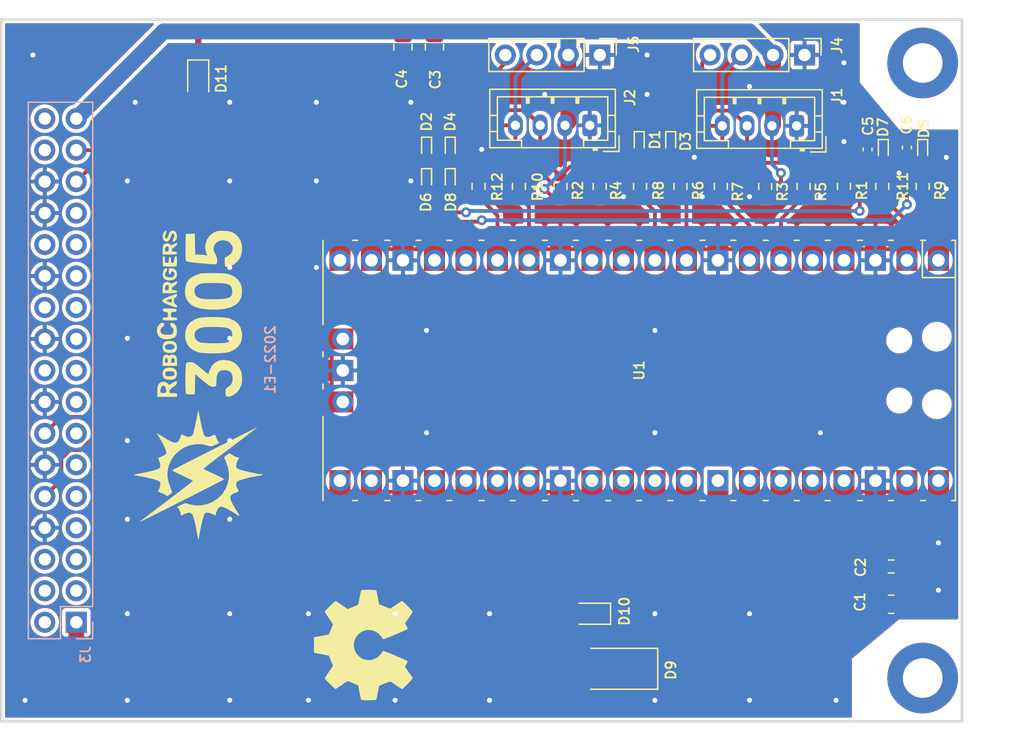
<source format=kicad_pcb>
(kicad_pcb (version 20211014) (generator pcbnew)
  (layers (0 "F.Cu" signal) (31 "B.Cu" signal) (34 "B.Paste" user) (35 "F.Paste" user) (36 "B.SilkS" user "B.Silkscreen") (37 "F.SilkS" user "F.Silkscreen") (38 "B.Mask" user) (39 "F.Mask" user) (44 "Edge.Cuts" user))
  (net 0 "")
  (net 1 "Net-(D1-Pad1)")
  (net 2 "GND")
  (net 3 "Net-(D2-Pad1)")
  (net 4 "Net-(D3-Pad1)")
  (net 5 "Net-(D4-Pad1)")
  (net 6 "/PICO_TX")
  (net 7 "/PULSE0")
  (net 8 "/PICO_RX")
  (net 9 "/PULSE1")
  (net 10 "Net-(C1-Pad1)")
  (net 11 "+5V")
  (net 12 "+3V3")
  (net 32 "/SDA0")
  (net 33 "/SDA1")
  (net 34 "/SCL0")
  (net 35 "/SCL1")
  (net 36 "Net-(R9-Pad2)")
  (net 37 "Net-(R10-Pad2)")
  (net 38 "Net-(R11-Pad1)")
  (net 39 "Net-(R12-Pad1)")
  (footprint "Resistor_SMD:R_0603_1608Metric" (layer "F.Cu") (at 151.04918 73.47 90)
    (fp_text reference "R11" (at 0 1.65082 90 unlocked) (layer "F.SilkS") (effects (font (size 0.8 0.8))))
    (fp_text value "100")
    (pad "1" smd roundrect (at -0.825 0 90) (size 0.8 0.95) (layers "F.Cu" "F.Paste" "F.Mask") (net 38 "Net-(R11-Pad1)"))
    (pad "2" smd roundrect (at 0.825 0 90) (size 0.8 0.95) (layers "F.Cu" "F.Paste" "F.Mask") (net 8 "/PICO_RX"))
  )
  (footprint "Symbol:OSHW-Symbol_8.9x8mm_SilkScreen" (layer "F.Cu") (at 109.22 110.49 90)
    (fp_text reference "REF**" hide)
    (fp_text value "OSHW-Symbol_8.9x8mm_SilkScreen" hide)
  )
  (footprint "Resistor_SMD:R_0603_1608Metric" (layer "F.Cu") (at 121.746818 73.47 -90)
    (fp_text reference "R10" (at 0.03 -1.503182 90 unlocked) (layer "F.SilkS") (effects (font (size 0.8 0.8))))
    (fp_text value "100")
    (pad "1" smd roundrect (at -0.825 0 270) (size 0.8 0.95) (layers "F.Cu" "F.Paste" "F.Mask") (net 7 "/PULSE0"))
    (pad "2" smd roundrect (at 0.825 0 270) (size 0.8 0.95) (layers "F.Cu" "F.Paste" "F.Mask") (net 37 "Net-(R10-Pad2)"))
  )
  (footprint "Resistor_SMD:R_0603_1608Metric" (layer "F.Cu") (at 128.258454 73.47 90)
    (fp_text reference "R4" (at -0.33 1.341546 90 unlocked) (layer "F.SilkS") (effects (font (size 0.8 0.8))))
    (fp_text value "4.7k")
    (pad "1" smd roundrect (at -0.825 0 90) (size 0.8 0.95) (layers "F.Cu" "F.Paste" "F.Mask") (net 12 "+3V3"))
    (pad "2" smd roundrect (at 0.825 0 90) (size 0.8 0.95) (layers "F.Cu" "F.Paste" "F.Mask") (net 5 "Net-(D4-Pad1)"))
  )
  (footprint "MountingHole:MountingHole_3.2mm_M3_ISO7380_Pad" (layer "F.Cu") (at 154.305 63.51)
    (fp_text reference "H1" hide)
    (fp_text value "MountingHole")
    (pad "1" thru_hole circle locked (at 0 0) (size 5.7 5.7) (drill 3.2) (layers *.Cu *.Mask))
  )
  (footprint "Connector_JST:JST_PH_B4B-PH-K_1x04_P2.00mm_Vertical" (layer "F.Cu") (at 144.145 68.58 180)
    (fp_text reference "J1" (at -3.255 2.38 90 unlocked) (layer "F.SilkS") (effects (font (size 0.8 0.8))))
    (fp_text value "JST PH 4-pin")
    (pad "1" thru_hole roundrect (at 0 0 180) (size 1.2 1.75) (drill 0.75) (layers *.Cu *.Mask) (roundrect_rratio 0.2083333333) (net 2 "GND"))
    (pad "2" thru_hole oval (at 2 0 180) (size 1.2 1.75) (drill 0.75) (layers *.Cu *.Mask) (net 12 "+3V3"))
    (pad "3" thru_hole oval (at 4 0 180) (size 1.2 1.75) (drill 0.75) (layers *.Cu *.Mask) (net 1 "Net-(D1-Pad1)"))
    (pad "4" thru_hole oval (at 6 0 180) (size 1.2 1.75) (drill 0.75) (layers *.Cu *.Mask) (net 4 "Net-(D3-Pad1)"))
  )
  (footprint "Resistor_SMD:R_0603_1608Metric" (layer "F.Cu") (at 131.514272 73.47 90)
    (fp_text reference "R8" (at -0.33 1.485728 90 unlocked) (layer "F.SilkS") (effects (font (size 0.8 0.8))))
    (fp_text value "100")
    (pad "1" smd roundrect (at -0.825 0 90) (size 0.8 0.95) (layers "F.Cu" "F.Paste" "F.Mask") (net 35 "/SCL1"))
    (pad "2" smd roundrect (at 0.825 0 90) (size 0.8 0.95) (layers "F.Cu" "F.Paste" "F.Mask") (net 5 "Net-(D4-Pad1)"))
  )
  (footprint "Resistor_SMD:R_0603_1608Metric" (layer "F.Cu") (at 141.605 73.47 90)
    (fp_text reference "R3" (at -0.43 1.395 90 unlocked) (layer "F.SilkS") (effects (font (size 0.8 0.8))))
    (fp_text value "4.7k")
    (pad "1" smd roundrect (at -0.825 0 90) (size 0.8 0.95) (layers "F.Cu" "F.Paste" "F.Mask") (net 12 "+3V3"))
    (pad "2" smd roundrect (at 0.825 0 90) (size 0.8 0.95) (layers "F.Cu" "F.Paste" "F.Mask") (net 4 "Net-(D3-Pad1)"))
  )
  (footprint "Pi Pico:RPi_Pico_SMD_TH" (layer "F.Cu") (at 131.445 88.32 -90)
    (fp_text reference "U1" (at 0 0 90 unlocked) (layer "F.SilkS") (effects (font (size 0.8 0.8))))
    (fp_text value "Pico" hide)
    (pad "" np_thru_hole oval locked (at -2.725 -24 270) (size 1.8 1.8) (drill 1.8) (layers *.Cu *.Mask))
    (pad "" np_thru_hole oval locked (at 2.425 -20.97 270) (size 1.5 1.5) (drill 1.5) (layers *.Cu *.Mask))
    (pad "" np_thru_hole oval locked (at 2.725 -24 270) (size 1.8 1.8) (drill 1.8) (layers *.Cu *.Mask))
    (pad "" np_thru_hole oval locked (at -2.425 -20.97 270) (size 1.5 1.5) (drill 1.5) (layers *.Cu *.Mask))
    (pad "1" smd rect locked (at -8.89 -24.13 270) (size 3.5 1.7) (drill (offset -0.9 0)) (layers "F.Cu" "F.Mask") (net 36 "Net-(R9-Pad2)"))
    (pad "1" thru_hole oval locked (at -8.89 -24.13 270) (size 1.7 1.7) (drill 1.02) (layers *.Cu *.Mask) (net 36 "Net-(R9-Pad2)"))
    (pad "2" thru_hole oval locked (at -8.89 -21.59 270) (size 1.7 1.7) (drill 1.02) (layers *.Cu *.Mask) (net 38 "Net-(R11-Pad1)"))
    (pad "2" smd rect locked (at -8.89 -21.59 270) (size 3.5 1.7) (drill (offset -0.9 0)) (layers "F.Cu" "F.Mask") (net 38 "Net-(R11-Pad1)"))
    (pad "3" smd rect locked (at -8.89 -19.05 270) (size 3.5 1.7) (drill (offset -0.9 0)) (layers "F.Cu" "F.Mask") (net 2 "GND"))
    (pad "3" thru_hole rect locked (at -8.89 -19.05 270) (size 1.7 1.7) (drill 1.02) (layers *.Cu *.Mask) (net 2 "GND"))
    (pad "4" smd rect locked (at -8.89 -16.51 270) (size 3.5 1.7) (drill (offset -0.9 0)) (layers "F.Cu" "F.Mask"))
    (pad "4" thru_hole oval locked (at -8.89 -16.51 270) (size 1.7 1.7) (drill 1.02) (layers *.Cu *.Mask))
    (pad "5" thru_hole oval locked (at -8.89 -13.97 270) (size 1.7 1.7) (drill 1.02) (layers *.Cu *.Mask))
    (pad "5" smd rect locked (at -8.89 -13.97 270) (size 3.5 1.7) (drill (offset -0.9 0)) (layers "F.Cu" "F.Mask"))
    (pad "6" thru_hole oval locked (at -8.89 -11.43 270) (size 1.7 1.7) (drill 1.02) (layers *.Cu *.Mask) (net 32 "/SDA0"))
    (pad "6" smd rect locked (at -8.89 -11.43 270) (size 3.5 1.7) (drill (offset -0.9 0)) (layers "F.Cu" "F.Mask") (net 32 "/SDA0"))
    (pad "7" thru_hole oval locked (at -8.89 -8.89 270) (size 1.7 1.7) (drill 1.02) (layers *.Cu *.Mask) (net 34 "/SCL0"))
    (pad "7" smd rect locked (at -8.89 -8.89 270) (size 3.5 1.7) (drill (offset -0.9 0)) (layers "F.Cu" "F.Mask") (net 34 "/SCL0"))
    (pad "8" smd rect locked (at -8.89 -6.35 270) (size 3.5 1.7) (drill (offset -0.9 0)) (layers "F.Cu" "F.Mask") (net 2 "GND"))
    (pad "8" thru_hole rect locked (at -8.89 -6.35 270) (size 1.7 1.7) (drill 1.02) (layers *.Cu *.Mask) (net 2 "GND"))
    (pad "9" smd rect locked (at -8.89 -3.81 270) (size 3.5 1.7) (drill (offset -0.9 0)) (layers "F.Cu" "F.Mask") (net 33 "/SDA1"))
    (pad "9" thru_hole oval locked (at -8.89 -3.81 270) (size 1.7 1.7) (drill 1.02) (layers *.Cu *.Mask) (net 33 "/SDA1"))
    (pad "10" smd rect locked (at -8.89 -1.27 270) (size 3.5 1.7) (drill (offset -0.9 0)) (layers "F.Cu" "F.Mask") (net 35 "/SCL1"))
    (pad "10" thru_hole oval locked (at -8.89 -1.27 270) (size 1.7 1.7) (drill 1.02) (layers *.Cu *.Mask) (net 35 "/SCL1"))
    (pad "11" thru_hole oval locked (at -8.89 1.27 270) (size 1.7 1.7) (drill 1.02) (layers *.Cu *.Mask))
    (pad "11" smd rect locked (at -8.89 1.27 270) (size 3.5 1.7) (drill (offset -0.9 0)) (layers "F.Cu" "F.Mask"))
    (pad "12" thru_hole oval locked (at -8.89 3.81 270) (size 1.7 1.7) (drill 1.02) (layers *.Cu *.Mask))
    (pad "12" smd rect locked (at -8.89 3.81 270) (size 3.5 1.7) (drill (offset -0.9 0)) (layers "F.Cu" "F.Mask"))
    (pad "13" thru_hole rect locked (at -8.89 6.35 270) (size 1.7 1.7) (drill 1.02) (layers *.Cu *.Mask) (net 2 "GND"))
    (pad "13" smd rect locked (at -8.89 6.35 270) (size 3.5 1.7) (drill (offset -0.9 0)) (layers "F.Cu" "F.Mask") (net 2 "GND"))
    (pad "14" smd rect locked (at -8.89 8.89 270) (size 3.5 1.7) (drill (offset -0.9 0)) (layers "F.Cu" "F.Mask") (net 37 "Net-(R10-Pad2)"))
    (pad "14" thru_hole oval locked (at -8.89 8.89 270) (size 1.7 1.7) (drill 1.02) (layers *.Cu *.Mask) (net 37 "Net-(R10-Pad2)"))
    (pad "15" thru_hole oval locked (at -8.89 11.43 270) (size 1.7 1.7) (drill 1.02) (layers *.Cu *.Mask) (net 39 "Net-(R12-Pad1)"))
    (pad "15" smd rect locked (at -8.89 11.43 270) (size 3.5 1.7) (drill (offset -0.9 0)) (layers "F.Cu" "F.Mask") (net 39 "Net-(R12-Pad1)"))
    (pad "16" smd rect locked (at -8.89 13.97 270) (size 3.5 1.7) (drill (offset -0.9 0)) (layers "F.Cu" "F.Mask"))
    (pad "16" thru_hole oval locked (at -8.89 13.97 270) (size 1.7 1.7) (drill 1.02) (layers *.Cu *.Mask))
    (pad "17" smd rect locked (at -8.89 16.51 270) (size 3.5 1.7) (drill (offset -0.9 0)) (layers "F.Cu" "F.Mask"))
    (pad "17" thru_hole oval locked (at -8.89 16.51 270) (size 1.7 1.7) (drill 1.02) (layers *.Cu *.Mask))
    (pad "18" smd rect locked (at -8.89 19.05 270) (size 3.5 1.7) (drill (offset -0.9 0)) (layers "F.Cu" "F.Mask") (net 2 "GND"))
    (pad "18" thru_hole rect locked (at -8.89 19.05 270) (size 1.7 1.7) (drill 1.02) (layers *.Cu *.Mask) (net 2 "GND"))
    (pad "19" smd rect locked (at -8.89 21.59 270) (size 3.5 1.7) (drill (offset -0.9 0)) (layers "F.Cu" "F.Mask"))
    (pad "19" thru_hole oval locked (at -8.89 21.59 270) (size 1.7 1.7) (drill 1.02) (layers *.Cu *.Mask))
    (pad "20" smd rect locked (at -8.89 24.13 270) (size 3.5 1.7) (drill (offset -0.9 0)) (layers "F.Cu" "F.Mask"))
    (pad "20" thru_hole oval locked (at -8.89 24.13 270) (size 1.7 1.7) (drill 1.02) (layers *.Cu *.Mask))
    (pad "21" thru_hole oval locked (at 8.89 24.13 270) (size 1.7 1.7) (drill 1.02) (layers *.Cu *.Mask))
    (pad "21" smd rect locked (at 8.89 24.13 270) (size 3.5 1.7) (drill (offset 0.9 0)) (layers "F.Cu" "F.Mask"))
    (pad "22" thru_hole oval locked (at 8.89 21.59 270) (size 1.7 1.7) (drill 1.02) (layers *.Cu *.Mask))
    (pad "22" smd rect locked (at 8.89 21.59 270) (size 3.5 1.7) (drill (offset 0.9 0)) (layers "F.Cu" "F.Mask"))
    (pad "23" smd rect locked (at 8.89 19.05 270) (size 3.5 1.7) (drill (offset 0.9 0)) (layers "F.Cu" "F.Mask") (net 2 "GND"))
    (pad "23" thru_hole rect locked (at 8.89 19.05 270) (size 1.7 1.7) (drill 1.02) (layers *.Cu *.Mask) (net 2 "GND"))
    (pad "24" smd rect locked (at 8.89 16.51 270) (size 3.5 1.7) (drill (offset 0.9 0)) (layers "F.Cu" "F.Mask"))
    (pad "24" thru_hole oval locked (at 8.89 16.51 270) (size 1.7 1.7) (drill 1.02) (layers *.Cu *.Mask))
    (pad "25" smd rect locked (at 8.89 13.97 270) (size 3.5 1.7) (drill (offset 0.9 0)) (layers "F.Cu" "F.Mask"))
    (pad "25" thru_hole oval locked (at 8.89 13.97 270) (size 1.7 1.7) (drill 1.02) (layers *.Cu *.Mask))
    (pad "26" thru_hole oval locked (at 8.89 11.43 270) (size 1.7 1.7) (drill 1.02) (layers *.Cu *.Mask))
    (pad "26" smd rect locked (at 8.89 11.43 270) (size 3.5 1.7) (drill (offset 0.9 0)) (layers "F.Cu" "F.Mask"))
    (pad "27" thru_hole oval locked (at 8.89 8.89 270) (size 1.7 1.7) (drill 1.02) (layers *.Cu *.Mask))
    (pad "27" smd rect locked (at 8.89 8.89 270) (size 3.5 1.7) (drill (offset 0.9 0)) (layers "F.Cu" "F.Mask"))
    (pad "28" thru_hole rect locked (at 8.89 6.35 270) (size 1.7 1.7) (drill 1.02) (layers *.Cu *.Mask) (net 2 "GND"))
    (pad "28" smd rect locked (at 8.89 6.35 270) (size 3.5 1.7) (drill (offset 0.9 0)) (layers "F.Cu" "F.Mask") (net 2 "GND"))
    (pad "29" thru_hole oval locked (at 8.89 3.81 270) (size 1.7 1.7) (drill 1.02) (layers *.Cu *.Mask))
    (pad "29" smd rect locked (at 8.89 3.81 270) (size 3.5 1.7) (drill (offset 0.9 0)) (layers "F.Cu" "F.Mask"))
    (pad "30" thru_hole oval locked (at 8.89 1.27 270) (size 1.7 1.7) (drill 1.02) (layers *.Cu *.Mask))
    (pad "30" smd rect locked (at 8.89 1.27 270) (size 3.5 1.7) (drill (offset 0.9 0)) (layers "F.Cu" "F.Mask"))
    (pad "31" thru_hole oval locked (at 8.89 -1.27 270) (size 1.7 1.7) (drill 1.02) (layers *.Cu *.Mask))
    (pad "31" smd rect locked (at 8.89 -1.27 270) (size 3.5 1.7) (drill (offset 0.9 0)) (layers "F.Cu" "F.Mask"))
    (pad "32" thru_hole oval locked (at 8.89 -3.81 270) (size 1.7 1.7) (drill 1.02) (layers *.Cu *.Mask))
    (pad "32" smd rect locked (at 8.89 -3.81 270) (size 3.5 1.7) (drill (offset 0.9 0)) (layers "F.Cu" "F.Mask"))
    (pad "33" smd rect locked (at 8.89 -6.35 270) (size 3.5 1.7) (drill (offset 0.9 0)) (layers "F.Cu" "F.Mask"))
    (pad "33" thru_hole rect locked (at 8.89 -6.35 270) (size 1.7 1.7) (drill 1.02) (layers *.Cu *.Mask))
    (pad "34" thru_hole oval locked (at 8.89 -8.89 270) (size 1.7 1.7) (drill 1.02) (layers *.Cu *.Mask))
    (pad "34" smd rect locked (at 8.89 -8.89 270) (size 3.5 1.7) (drill (offset 0.9 0)) (layers "F.Cu" "F.Mask"))
    (pad "35" thru_hole oval locked (at 8.89 -11.43 270) (size 1.7 1.7) (drill 1.02) (layers *.Cu *.Mask))
    (pad "35" smd rect locked (at 8.89 -11.43 270) (size 3.5 1.7) (drill (offset 0.9 0)) (layers "F.Cu" "F.Mask"))
    (pad "36" thru_hole oval locked (at 8.89 -13.97 270) (size 1.7 1.7) (drill 1.02) (layers *.Cu *.Mask))
    (pad "36" smd rect locked (at 8.89 -13.97 270) (size 3.5 1.7) (drill (offset 0.9 0)) (layers "F.Cu" "F.Mask"))
    (pad "37" smd rect locked (at 8.89 -16.51 270) (size 3.5 1.7) (drill (offset 0.9 0)) (layers "F.Cu" "F.Mask"))
    (pad "37" thru_hole oval locked (at 8.89 -16.51 270) (size 1.7 1.7) (drill 1.02) (layers *.Cu *.Mask))
    (pad "38" thru_hole rect locked (at 8.89 -19.05 270) (size 1.7 1.7) (drill 1.02) (layers *.Cu *.Mask) (net 2 "GND"))
    (pad "38" smd rect locked (at 8.89 -19.05 270) (size 3.5 1.7) (drill (offset 0.9 0)) (layers "F.Cu" "F.Mask") (net 2 "GND"))
    (pad "39" smd rect locked (at 8.89 -21.59 270) (size 3.5 1.7) (drill (offset 0.9 0)) (layers "F.Cu" "F.Mask") (net 10 "Net-(C1-Pad1)"))
    (pad "39" thru_hole oval locked (at 8.89 -21.59 270) (size 1.7 1.7) (drill 1.02) (layers *.Cu *.Mask) (net 10 "Net-(C1-Pad1)"))
    (pad "40" smd rect locked (at 8.89 -24.13 270) (size 3.5 1.7) (drill (offset 0.9 0)) (layers "F.Cu" "F.Mask"))
    (pad "40" thru_hole oval locked (at 8.89 -24.13 270) (size 1.7 1.7) (drill 1.02) (layers *.Cu *.Mask))
    (pad "41" thru_hole oval locked (at -2.54 23.9 270) (size 1.7 1.7) (drill 1.02) (layers *.Cu *.Mask))
    (pad "41" smd rect locked (at -2.54 23.9) (size 3.5 1.7) (drill (offset -0.9 0)) (layers "F.Cu" "F.Mask"))
    (pad "42" thru_hole rect locked (at 0 23.9 270) (size 1.7 1.7) (drill 1.02) (layers *.Cu *.Mask) (net 2 "GND"))
    (pad "42" smd rect locked (at 0 23.9) (size 3.5 1.7) (drill (offset -0.9 0)) (layers "F.Cu" "F.Mask") (net 2 "GND"))
    (pad "43" thru_hole oval locked (at 2.54 23.9 270) (size 1.7 1.7) (drill 1.02) (layers *.Cu *.Mask))
    (pad "43" smd rect locked (at 2.54 23.9) (size 3.5 1.7) (drill (offset -0.9 0)) (layers "F.Cu" "F.Mask"))
  )
  (footprint "Diode_SMD:D_SOD-923" (layer "F.Cu") (at 151.13 70.485 -90)
    (fp_text reference "D7" (at -1.785 0.03 90 unlocked) (layer "F.SilkS") (effects (font (size 0.8 0.8))))
    (fp_text value "ESD9B3.3ST5G" hide)
    (pad "1" smd rect (at -0.42 0 90) (size 0.36 0.25) (layers "F.Cu" "F.Paste" "F.Mask") (net 8 "/PICO_RX"))
    (pad "2" smd rect (at 0.42 0 90) (size 0.36 0.25) (layers "F.Cu" "F.Paste" "F.Mask") (net 2 "GND"))
  )
  (footprint "Diode_SMD:D_SOD-923" (layer "F.Cu") (at 133.985 69.85 -90)
    (fp_text reference "D3" (at 0 -1.2 90 unlocked) (layer "F.SilkS") (effects (font (size 0.8 0.8))))
    (fp_text value "ESD9B3.3ST5G" hide)
    (pad "1" smd rect (at -0.42 0 90) (size 0.36 0.25) (layers "F.Cu" "F.Paste" "F.Mask") (net 4 "Net-(D3-Pad1)"))
    (pad "2" smd rect (at 0.42 0 90) (size 0.36 0.25) (layers "F.Cu" "F.Paste" "F.Mask") (net 2 "GND"))
  )
  (footprint "Capacitor_SMD:C_0402_1005Metric" (layer "F.Cu") (at 153.035 70.33 -90)
    (fp_text reference "C6" (at -1.83 0.035 90 unlocked) (layer "F.SilkS") (effects (font (size 0.8 0.8))))
    (fp_text value "100pF" hide)
    (pad "1" smd roundrect (at -0.48 0 270) (size 0.56 0.62) (layers "F.Cu" "F.Paste" "F.Mask") (net 6 "/PICO_TX"))
    (pad "2" smd roundrect (at 0.48 0 270) (size 0.56 0.62) (layers "F.Cu" "F.Paste" "F.Mask") (net 2 "GND"))
  )
  (footprint "Resistor_SMD:R_0603_1608Metric" (layer "F.Cu") (at 144.699182 73.47 -90)
    (fp_text reference "R5" (at 0.43 -1.400818 90 unlocked) (layer "F.SilkS") (effects (font (size 0.8 0.8))))
    (fp_text value "100")
    (pad "1" smd roundrect (at -0.825 0 270) (size 0.8 0.95) (layers "F.Cu" "F.Paste" "F.Mask") (net 1 "Net-(D1-Pad1)"))
    (pad "2" smd roundrect (at 0.825 0 270) (size 0.8 0.95) (layers "F.Cu" "F.Paste" "F.Mask") (net 32 "/SDA0"))
  )
  (footprint "Connector_JST:JST_PH_B4B-PH-K_1x04_P2.00mm_Vertical" (layer "F.Cu") (at 127.46 68.538 180)
    (fp_text reference "J2" (at -3.24 2.238 90 unlocked) (layer "F.SilkS") (effects (font (size 0.8 0.8))))
    (fp_text value "JST PH 4-pin")
    (pad "1" thru_hole roundrect (at 0 0 180) (size 1.2 1.75) (drill 0.75) (layers *.Cu *.Mask) (roundrect_rratio 0.2083333333) (net 2 "GND"))
    (pad "2" thru_hole oval (at 2 0 180) (size 1.2 1.75) (drill 0.75) (layers *.Cu *.Mask) (net 12 "+3V3"))
    (pad "3" thru_hole oval (at 4 0 180) (size 1.2 1.75) (drill 0.75) (layers *.Cu *.Mask) (net 3 "Net-(D2-Pad1)"))
    (pad "4" thru_hole oval (at 6 0 180) (size 1.2 1.75) (drill 0.75) (layers *.Cu *.Mask) (net 5 "Net-(D4-Pad1)"))
  )
  (footprint "Resistor_SMD:R_0603_1608Metric" (layer "F.Cu") (at 151.765 104.14)
    (fp_text reference "C2" (at -2.465 0.06 90 unlocked) (layer "F.SilkS") (effects (font (size 0.8 0.8))))
    (fp_text value "0.1uF")
    (pad "1" smd roundrect (at -0.825 0) (size 0.8 0.95) (layers "F.Cu" "F.Paste" "F.Mask") (net 10 "Net-(C1-Pad1)"))
    (pad "2" smd roundrect (at 0.825 0) (size 0.8 0.95) (layers "F.Cu" "F.Paste" "F.Mask") (net 2 "GND"))
  )
  (footprint "Diode_SMD:D_SOD-923" (layer "F.Cu") (at 114.3 72.835 -90)
    (fp_text reference "D6" (at 1.915 0.05 90 unlocked) (layer "F.SilkS") (effects (font (size 0.8 0.8))))
    (fp_text value "ESD9B3.3ST5G" hide)
    (pad "1" smd rect (at -0.42 0 90) (size 0.36 0.25) (layers "F.Cu" "F.Paste" "F.Mask") (net 7 "/PULSE0"))
    (pad "2" smd rect (at 0.42 0 90) (size 0.36 0.25) (layers "F.Cu" "F.Paste" "F.Mask") (net 2 "GND"))
  )
  (footprint "Diode_SMD:D_SOD-923" (layer "F.Cu") (at 116.205 70.295 -90)
    (fp_text reference "D4" (at -2.045 0 90 unlocked) (layer "F.SilkS") (effects (font (size 0.8 0.8))))
    (fp_text value "ESD9B3.3ST5G" hide)
    (pad "1" smd rect (at -0.42 0 90) (size 0.36 0.25) (layers "F.Cu" "F.Paste" "F.Mask") (net 5 "Net-(D4-Pad1)"))
    (pad "2" smd rect (at 0.42 0 90) (size 0.36 0.25) (layers "F.Cu" "F.Paste" "F.Mask") (net 2 "GND"))
  )
  (footprint "Connector_PinHeader_2.54mm:PinHeader_1x04_P2.54mm_Vertical" (layer "F.Cu") (at 128.27 62.865 -90)
    (fp_text reference "J5" (at -0.865 -2.73 90 unlocked) (layer "F.SilkS") (effects (font (size 0.8 0.8))))
    (fp_text value "100mil Header")
    (pad "1" thru_hole rect (at 0 0 270) (size 1.7 1.7) (drill 1) (layers *.Cu *.Mask) (net 2 "GND"))
    (pad "2" thru_hole oval (at 0 2.54 270) (size 1.7 1.7) (drill 1) (layers *.Cu *.Mask) (net 12 "+3V3"))
    (pad "3" thru_hole oval (at 0 5.08 270) (size 1.7 1.7) (drill 1) (layers *.Cu *.Mask) (net 5 "Net-(D4-Pad1)"))
    (pad "4" thru_hole oval (at 0 7.62 270) (size 1.7 1.7) (drill 1) (layers *.Cu *.Mask) (net 3 "Net-(D2-Pad1)"))
  )
  (footprint "Resistor_SMD:R_0805_2012Metric" (layer "F.Cu") (at 151.765 107.188)
    (fp_text reference "C1" (at -2.515 -0.188 90 unlocked) (layer "F.SilkS") (effects (font (size 0.8 0.8))))
    (fp_text value "10uF")
    (pad "1" smd roundrect (at -0.9125 0) (size 1.025 1.4) (layers "F.Cu" "F.Paste" "F.Mask") (roundrect_rratio 0.243902439) (net 10 "Net-(C1-Pad1)"))
    (pad "2" smd roundrect (at 0.9125 0) (size 1.025 1.4) (layers "F.Cu" "F.Paste" "F.Mask") (roundrect_rratio 0.243902439) (net 2 "GND"))
  )
  (footprint "Resistor_SMD:R_0603_1608Metric" (layer "F.Cu") (at 134.77009 73.47 -90)
    (fp_text reference "R6" (at 0.33 -1.42991 90 unlocked) (layer "F.SilkS") (effects (font (size 0.8 0.8))))
    (fp_text value "100")
    (pad "1" smd roundrect (at -0.825 0 270) (size 0.8 0.95) (layers "F.Cu" "F.Paste" "F.Mask") (net 3 "Net-(D2-Pad1)"))
    (pad "2" smd roundrect (at 0.825 0 270) (size 0.8 0.95) (layers "F.Cu" "F.Paste" "F.Mask") (net 33 "/SDA1"))
  )
  (footprint "Resistor_SMD:R_0603_1608Metric" (layer "F.Cu") (at 154.305 73.47 -90)
    (fp_text reference "R9" (at 0.33 -1.43 90 unlocked) (layer "F.SilkS") (effects (font (size 0.8 0.8))))
    (fp_text value "100")
    (pad "1" smd roundrect (at -0.825 0 270) (size 0.8 0.95) (layers "F.Cu" "F.Paste" "F.Mask") (net 6 "/PICO_TX"))
    (pad "2" smd roundrect (at 0.825 0 270) (size 0.8 0.95) (layers "F.Cu" "F.Paste" "F.Mask") (net 36 "Net-(R9-Pad2)"))
  )
  (footprint "Diode_SMD:D_SOD-323" (layer "F.Cu") (at 95.885 64.77 -90)
    (fp_text reference "D11" (at 0 -1.85 90 unlocked) (layer "F.SilkS") (effects (font (size 0.8 0.8))))
    (fp_text value "TVS")
    (pad "1" smd rect (at -1.05 0 270) (size 0.6 0.45) (layers "F.Cu" "F.Paste" "F.Mask") (net 12 "+3V3"))
    (pad "2" smd rect (at 1.05 0 270) (size 0.6 0.45) (layers "F.Cu" "F.Paste" "F.Mask") (net 2 "GND"))
  )
  (footprint "Resistor_SMD:R_0805_2012Metric" (layer "F.Cu") (at 112.395 62.23 -90)
    (fp_text reference "C4" (at 2.57 0.095 90 unlocked) (layer "F.SilkS") (effects (font (size 0.8 0.8))))
    (fp_text value "10uF")
    (pad "1" smd roundrect (at -0.9125 0 270) (size 1.025 1.4) (layers "F.Cu" "F.Paste" "F.Mask") (roundrect_rratio 0.243902439) (net 12 "+3V3"))
    (pad "2" smd roundrect (at 0.9125 0 270) (size 1.025 1.4) (layers "F.Cu" "F.Paste" "F.Mask") (roundrect_rratio 0.243902439) (net 2 "GND"))
  )
  (footprint "Connector_PinHeader_2.54mm:PinHeader_1x04_P2.54mm_Vertical" (layer "F.Cu") (at 144.78 62.865 -90)
    (fp_text reference "J4" (at -0.765 -2.62 90 unlocked) (layer "F.SilkS") (effects (font (size 0.8 0.8))))
    (fp_text value "100mil Header")
    (pad "1" thru_hole rect (at 0 0 270) (size 1.7 1.7) (drill 1) (layers *.Cu *.Mask) (net 2 "GND"))
    (pad "2" thru_hole oval (at 0 2.54 270) (size 1.7 1.7) (drill 1) (layers *.Cu *.Mask) (net 12 "+3V3"))
    (pad "3" thru_hole oval (at 0 5.08 270) (size 1.7 1.7) (drill 1) (layers *.Cu *.Mask) (net 4 "Net-(D3-Pad1)"))
    (pad "4" thru_hole oval (at 0 7.62 270) (size 1.7 1.7) (drill 1) (layers *.Cu *.Mask) (net 1 "Net-(D1-Pad1)"))
  )
  (footprint "Diode_SMD:D_SOD-923" (layer "F.Cu") (at 131.445 69.85 -90)
    (fp_text reference "D1" (at -0.15 -1.27 90 unlocked) (layer "F.SilkS") (effects (font (size 0.8 0.8))))
    (fp_text value "ESD9B3.3ST5G" hide)
    (pad "1" smd rect (at -0.42 0 90) (size 0.36 0.25) (layers "F.Cu" "F.Paste" "F.Mask") (net 1 "Net-(D1-Pad1)"))
    (pad "2" smd rect (at 0.42 0 90) (size 0.36 0.25) (layers "F.Cu" "F.Paste" "F.Mask") (net 2 "GND"))
  )
  (footprint "Resistor_SMD:R_0805_2012Metric" (layer "F.Cu") (at 114.935 62.23 -90)
    (fp_text reference "C3" (at 2.62 -0.065 90 unlocked) (layer "F.SilkS") (effects (font (size 0.8 0.8))))
    (fp_text value "10uF")
    (pad "1" smd roundrect (at -0.9125 0 270) (size 1.025 1.4) (layers "F.Cu" "F.Paste" "F.Mask") (roundrect_rratio 0.243902439) (net 12 "+3V3"))
    (pad "2" smd roundrect (at 0.9125 0 270) (size 1.025 1.4) (layers "F.Cu" "F.Paste" "F.Mask") (roundrect_rratio 0.243902439) (net 2 "GND"))
  )
  (footprint "RoboChargers:RoboChargers" (layer "F.Cu") (at 95.885 89.535 90)
    (fp_text reference "G***" hide)
    (fp_text value "LOGO" hide)
  )
  (footprint "Resistor_SMD:R_0603_1608Metric" (layer "F.Cu") (at 125.095 73.47 90)
    (fp_text reference "R2" (at -0.33 1.405 90 unlocked) (layer "F.SilkS") (effects (font (size 0.8 0.8))))
    (fp_text value "4.7k")
    (pad "1" smd roundrect (at -0.825 0 90) (size 0.8 0.95) (layers "F.Cu" "F.Paste" "F.Mask") (net 12 "+3V3"))
    (pad "2" smd roundrect (at 0.825 0 90) (size 0.8 0.95) (layers "F.Cu" "F.Paste" "F.Mask") (net 3 "Net-(D2-Pad1)"))
  )
  (footprint "Diode_SMD:D_SMA" (layer "F.Cu") (at 129.54 112.395 180)
    (fp_text reference "D9" (at -4.46 -0.105 90 unlocked) (layer "F.SilkS") (effects (font (size 0.8 0.8))))
    (fp_text value "D_Schottky")
    (pad "1" smd rect (at -2 0 180) (size 2.5 1.8) (layers "F.Cu" "F.Paste" "F.Mask") (net 10 "Net-(C1-Pad1)"))
    (pad "2" smd rect (at 2 0 180) (size 2.5 1.8) (layers "F.Cu" "F.Paste" "F.Mask") (net 11 "+5V"))
  )
  (footprint "Diode_SMD:D_SOD-923" (layer "F.Cu") (at 154.305 70.485 -90)
    (fp_text reference "D5" (at -1.685 -0.095 90 unlocked) (layer "F.SilkS") (effects (font (size 0.8 0.8))))
    (fp_text value "ESD9B3.3ST5G" hide)
    (pad "1" smd rect (at -0.42 0 90) (size 0.36 0.25) (layers "F.Cu" "F.Paste" "F.Mask") (net 6 "/PICO_TX"))
    (pad "2" smd rect (at 0.42 0 90) (size 0.36 0.25) (layers "F.Cu" "F.Paste" "F.Mask") (net 2 "GND"))
  )
  (footprint "Resistor_SMD:R_0603_1608Metric" (layer "F.Cu") (at 147.955 73.47 90)
    (fp_text reference "R1" (at -0.33 1.445 90 unlocked) (layer "F.SilkS") (effects (font (size 0.8 0.8))))
    (fp_text value "4.7k")
    (pad "1" smd roundrect (at -0.825 0 90) (size 0.8 0.95) (layers "F.Cu" "F.Paste" "F.Mask") (net 12 "+3V3"))
    (pad "2" smd roundrect (at 0.825 0 90) (size 0.8 0.95) (layers "F.Cu" "F.Paste" "F.Mask") (net 1 "Net-(D1-Pad1)"))
  )
  (footprint "Diode_SMD:D_SOD-923" (layer "F.Cu") (at 116.205 72.835 -90)
    (fp_text reference "D8" (at 1.915 -0.045 90 unlocked) (layer "F.SilkS") (effects (font (size 0.8 0.8))))
    (fp_text value "ESD9B3.3ST5G" hide)
    (pad "1" smd rect (at -0.42 0 90) (size 0.36 0.25) (layers "F.Cu" "F.Paste" "F.Mask") (net 9 "/PULSE1"))
    (pad "2" smd rect (at 0.42 0 90) (size 0.36 0.25) (layers "F.Cu" "F.Paste" "F.Mask") (net 2 "GND"))
  )
  (footprint "Resistor_SMD:R_0603_1608Metric" (layer "F.Cu") (at 138.025908 73.47 90)
    (fp_text reference "R7" (at -0.43 1.374092 90 unlocked) (layer "F.SilkS") (effects (font (size 0.8 0.8))))
    (fp_text value "100")
    (pad "1" smd roundrect (at -0.825 0 90) (size 0.8 0.95) (layers "F.Cu" "F.Paste" "F.Mask") (net 34 "/SCL0"))
    (pad "2" smd roundrect (at 0.825 0 90) (size 0.8 0.95) (layers "F.Cu" "F.Paste" "F.Mask") (net 4 "Net-(D3-Pad1)"))
  )
  (footprint "Diode_SMD:D_SOD-923" (layer "F.Cu") (at 114.3 70.295 -90)
    (fp_text reference "D2" (at -2.045 0 90 unlocked) (layer "F.SilkS") (effects (font (size 0.8 0.8))))
    (fp_text value "ESD9B3.3ST5G" hide)
    (pad "1" smd rect (at -0.42 0 90) (size 0.36 0.25) (layers "F.Cu" "F.Paste" "F.Mask") (net 3 "Net-(D2-Pad1)"))
    (pad "2" smd rect (at 0.42 0 90) (size 0.36 0.25) (layers "F.Cu" "F.Paste" "F.Mask") (net 2 "GND"))
  )
  (footprint "Capacitor_SMD:C_0402_1005Metric" (layer "F.Cu") (at 149.86 70.485 -90)
    (fp_text reference "C5" (at -1.885 -0.04 90 unlocked) (layer "F.SilkS") (effects (font (size 0.8 0.8))))
    (fp_text value "100pF" hide)
    (pad "1" smd roundrect (at -0.48 0 270) (size 0.56 0.62) (layers "F.Cu" "F.Paste" "F.Mask") (net 8 "/PICO_RX"))
    (pad "2" smd roundrect (at 0.48 0 270) (size 0.56 0.62) (layers "F.Cu" "F.Paste" "F.Mask") (net 2 "GND"))
  )
  (footprint "Resistor_SMD:R_0603_1608Metric" (layer "F.Cu") (at 118.491 73.47 90)
    (fp_text reference "R12" (at -0.03 1.509 90 unlocked) (layer "F.SilkS") (effects (font (size 0.8 0.8))))
    (fp_text value "100")
    (pad "1" smd roundrect (at -0.825 0 90) (size 0.8 0.95) (layers "F.Cu" "F.Paste" "F.Mask") (net 39 "Net-(R12-Pad1)"))
    (pad "2" smd roundrect (at 0.825 0 90) (size 0.8 0.95) (layers "F.Cu" "F.Paste" "F.Mask") (net 9 "/PULSE1"))
  )
  (footprint "Diode_SMD:D_SOD-323" (layer "F.Cu") (at 127.635 107.95 180)
    (fp_text reference "D10" (at -2.615 0.2 90 unlocked) (layer "F.SilkS") (effects (font (size 0.8 0.8))))
    (fp_text value "TVS")
    (pad "1" smd rect (at -1.05 0 180) (size 0.6 0.45) (layers "F.Cu" "F.Paste" "F.Mask") (net 11 "+5V"))
    (pad "2" smd rect (at 1.05 0 180) (size 0.6 0.45) (layers "F.Cu" "F.Paste" "F.Mask") (net 2 "GND"))
  )
  (footprint "MountingHole:MountingHole_3.2mm_M3_ISO7380_Pad" (layer "F.Cu") (at 154.305 113.14)
    (fp_text reference "H2" hide)
    (fp_text value "MountingHole")
    (pad "1" thru_hole circle locked (at 0 0) (size 5.7 5.7) (drill 3.2) (layers *.Cu *.Mask))
  )
  (footprint "Connector_PinSocket_2.54mm:PinSocket_2x17_P2.54mm_Vertical" (layer "B.Cu") (at 86.05 108.64)
    (fp_text reference "J3" (at 0.75 2.61 90 unlocked) (layer "B.SilkS") (effects (font (size 0.8 0.8)) (justify mirror)))
    (fp_text value "SH2-34G-P")
    (pad "1" thru_hole rect locked (at 0 0) (size 1.7 1.7) (drill 1) (layers *.Cu *.Mask) (net 11 "+5V"))
    (pad "2" thru_hole oval locked (at -2.54 0) (size 1.7 1.7) (drill 1) (layers *.Cu *.Mask))
    (pad "3" thru_hole oval locked (at 0 -2.54) (size 1.7 1.7) (drill 1) (layers *.Cu *.Mask))
    (pad "4" thru_hole oval locked (at -2.54 -2.54) (size 1.7 1.7) (drill 1) (layers *.Cu *.Mask))
    (pad "5" thru_hole oval locked (at 0 -5.08) (size 1.7 1.7) (drill 1) (layers *.Cu *.Mask))
    (pad "6" thru_hole oval locked (at -2.54 -5.08) (size 1.7 1.7) (drill 1) (layers *.Cu *.Mask))
    (pad "7" thru_hole oval locked (at 0 -7.62) (size 1.7 1.7) (drill 1) (layers *.Cu *.Mask))
    (pad "8" thru_hole oval locked (at -2.54 -7.62) (size 1.7 1.7) (drill 1) (layers *.Cu *.Mask) (net 2 "GND"))
    (pad "9" thru_hole oval locked (at 0 -10.16) (size 1.7 1.7) (drill 1) (layers *.Cu *.Mask))
    (pad "10" thru_hole oval locked (at -2.54 -10.16) (size 1.7 1.7) (drill 1) (layers *.Cu *.Mask) (net 6 "/PICO_TX"))
    (pad "11" thru_hole oval locked (at 0 -12.7) (size 1.7 1.7) (drill 1) (layers *.Cu *.Mask))
    (pad "12" thru_hole oval locked (at -2.54 -12.7) (size 1.7 1.7) (drill 1) (layers *.Cu *.Mask) (net 2 "GND"))
    (pad "13" thru_hole oval locked (at 0 -15.24) (size 1.7 1.7) (drill 1) (layers *.Cu *.Mask))
    (pad "14" thru_hole oval locked (at -2.54 -15.24) (size 1.7 1.7) (drill 1) (layers *.Cu *.Mask) (net 8 "/PICO_RX"))
    (pad "15" thru_hole oval locked (at 0 -17.78) (size 1.7 1.7) (drill 1) (layers *.Cu *.Mask))
    (pad "16" thru_hole oval locked (at -2.54 -17.78) (size 1.7 1.7) (drill 1) (layers *.Cu *.Mask) (net 2 "GND"))
    (pad "17" thru_hole oval locked (at 0 -20.32) (size 1.7 1.7) (drill 1) (layers *.Cu *.Mask))
    (pad "18" thru_hole oval locked (at -2.54 -20.32) (size 1.7 1.7) (drill 1) (layers *.Cu *.Mask))
    (pad "19" thru_hole oval locked (at 0 -22.86) (size 1.7 1.7) (drill 1) (layers *.Cu *.Mask))
    (pad "20" thru_hole oval locked (at -2.54 -22.86) (size 1.7 1.7) (drill 1) (layers *.Cu *.Mask) (net 2 "GND"))
    (pad "21" thru_hole oval locked (at 0 -25.4) (size 1.7 1.7) (drill 1) (layers *.Cu *.Mask))
    (pad "22" thru_hole oval locked (at -2.54 -25.4) (size 1.7 1.7) (drill 1) (layers *.Cu *.Mask))
    (pad "23" thru_hole oval locked (at 0 -27.94) (size 1.7 1.7) (drill 1) (layers *.Cu *.Mask))
    (pad "24" thru_hole oval locked (at -2.54 -27.94) (size 1.7 1.7) (drill 1) (layers *.Cu *.Mask) (net 2 "GND"))
    (pad "25" thru_hole oval locked (at 0 -30.48) (size 1.7 1.7) (drill 1) (layers *.Cu *.Mask))
    (pad "26" thru_hole oval locked (at -2.54 -30.48) (size 1.7 1.7) (drill 1) (layers *.Cu *.Mask))
    (pad "27" thru_hole oval locked (at 0 -33.02) (size 1.7 1.7) (drill 1) (layers *.Cu *.Mask))
    (pad "28" thru_hole oval locked (at -2.54 -33.02) (size 1.7 1.7) (drill 1) (layers *.Cu *.Mask) (net 2 "GND"))
    (pad "29" thru_hole oval locked (at 0 -35.56) (size 1.7 1.7) (drill 1) (layers *.Cu *.Mask) (net 9 "/PULSE1"))
    (pad "30" thru_hole oval locked (at -2.54 -35.56) (size 1.7 1.7) (drill 1) (layers *.Cu *.Mask) (net 2 "GND"))
    (pad "31" thru_hole oval locked (at 0 -38.1) (size 1.7 1.7) (drill 1) (layers *.Cu *.Mask) (net 7 "/PULSE0"))
    (pad "32" thru_hole oval locked (at -2.54 -38.1) (size 1.7 1.7) (drill 1) (layers *.Cu *.Mask))
    (pad "33" thru_hole oval locked (at 0 -40.64) (size 1.7 1.7) (drill 1) (layers *.Cu *.Mask) (net 12 "+3V3"))
    (pad "34" thru_hole oval locked (at -2.54 -40.64) (size 1.7 1.7) (drill 1) (layers *.Cu *.Mask))
  )
  (gr_rect locked (start 80 60) (end 157.47 116.64) (layer "Edge.Cuts") (width 0.2) (fill none))
  (gr_text "2022-E1" (at 101.7 87.45 90) (layer "B.SilkS") (effects (font (size 0.8 0.8)) (justify mirror)))
  (segment (start 136.525 63.5) (end 137.16 62.865) (width 0.3048) (layer "F.Cu") (net 1))
  (segment (start 144.699182 72.645) (end 143.619182 71.565) (width 0.3048) (layer "F.Cu") (net 1))
  (segment (start 136.525 64.35) (end 136.525 63.5) (width 0.3048) (layer "F.Cu") (net 1))
  (segment (start 138.91808 67.35308) (end 140.145 68.58) (width 0.3048) (layer "F.Cu") (net 1))
  (segment (start 131.445 69.43) (end 133.52192 67.35308) (width 0.3048) (layer "F.Cu") (net 1))
  (segment (start 133.52192 67.35308) (end 138.91808 67.35308) (width 0.3048) (layer "F.Cu") (net 1))
  (segment (start 140.145 70.105) (end 141.605 71.565) (width 0.3048) (layer "F.Cu") (net 1))
  (segment (start 143.619182 71.565) (end 141.605 71.565) (width 0.3048) (layer "F.Cu") (net 1))
  (segment (start 131.445 69.43) (end 136.525 64.35) (width 0.3048) (layer "F.Cu") (net 1))
  (segment (start 140.145 68.58) (end 140.145 70.105) (width 0.3048) (layer "F.Cu") (net 1))
  (segment (start 147.955 72.645) (end 144.699182 72.645) (width 0.3048) (layer "F.Cu") (net 1))
  (via (at 152.4 72.39) (size 0.8) (drill 0.4) (layers "F.Cu" "B.Cu") (net 2))
  (via (at 98.425 73.025) (size 0.8) (drill 0.4) (layers "F.Cu" "B.Cu") (net 2))
  (via (at 114.3 85.09) (size 0.8) (drill 0.4) (layers "F.Cu" "B.Cu") (net 2))
  (via (at 104.775 114.935) (size 0.8) (drill 0.4) (layers "F.Cu" "B.Cu") (net 2))
  (via (at 140.335 65.405) (size 0.8) (drill 0.4) (layers "F.Cu" "B.Cu") (net 2))
  (via (at 132.08 66.04) (size 0.8) (drill 0.4) (layers "F.Cu" "B.Cu") (net 2))
  (via (at 90.17 73.025) (size 0.8) (drill 0.4) (layers "F.Cu" "B.Cu") (net 2))
  (via (at 98.425 93.98) (size 0.8) (drill 0.4) (layers "F.Cu" "B.Cu") (net 2))
  (via (at 90.17 85.725) (size 0.8) (drill 0.4) (layers "F.Cu" "B.Cu") (net 2))
  (via (at 104.775 107.95) (size 0.8) (drill 0.4) (layers "F.Cu" "B.Cu") (net 2))
  (via (at 155.575 106.045) (size 0.8) (drill 0.4) (layers "F.Cu" "B.Cu") (net 2))
  (via (at 147.955 63.5) (size 0.8) (drill 0.4) (layers "F.Cu" "B.Cu") (net 2))
  (via (at 132.715 85.09) (size 0.8) (drill 0.4) (layers "F.Cu" "B.Cu") (net 2))
  (via (at 132.715 114.935) (size 0.8) (drill 0.4) (layers "F.Cu" "B.Cu") (net 2))
  (via (at 90.17 93.98) (size 0.8) (drill 0.4) (layers "F.Cu" "B.Cu") (net 2))
  (via (at 111.76 114.935) (size 0.8) (drill 0.4) (layers "F.Cu" "B.Cu") (net 2))
  (via (at 90.17 114.935) (size 0.8) (drill 0.4) (layers "F.Cu" "B.Cu") (net 2))
  (via (at 98.425 107.95) (size 0.8) (drill 0.4) (layers "F.Cu" "B.Cu") (net 2))
  (via (at 98.425 85.725) (size 0.8) (drill 0.4) (layers "F.Cu" "B.Cu") (net 2))
  (via (at 136.525 74.295) (size 0.8) (drill 0.4) (layers "F.Cu" "B.Cu") (net 2))
  (via (at 111.76 107.95) (size 0.8) (drill 0.4) (layers "F.Cu" "B.Cu") (net 2))
  (via (at 119.38 107.95) (size 0.8) (drill 0.4) (layers "F.Cu" "B.Cu") (net 2))
  (via (at 98.425 80.01) (size 0.8) (drill 0.4) (layers "F.Cu" "B.Cu") (net 2))
  (via (at 82.55 62.865) (size 0.8) (drill 0.4) (layers "F.Cu" "B.Cu") (net 2))
  (via (at 105.41 73.025) (size 0.8) (drill 0.4) (layers "F.Cu" "B.Cu") (net 2))
  (via (at 118.745 70.485) (size 0.8) (drill 0.4) (layers "F.Cu" "B.Cu") (net 2))
  (via (at 147.32 114.935) (size 0.8) (drill 0.4) (layers "F.Cu" "B.Cu") (net 2))
  (via (at 81.915 114.935) (size 0.8) (drill 0.4) (layers "F.Cu" "B.Cu") (net 2))
  (via (at 156.21 73.66) (size 0.8) (drill 0.4) (layers "F.Cu" "B.Cu") (net 2))
  (via (at 132.08 62.865) (size 0.8) (drill 0.4) (layers "F.Cu" "B.Cu") (net 2))
  (via (at 113.03 66.675) (size 0.8) (drill 0.4) (layers "F.Cu" "B.Cu") (net 2))
  (via (at 90.17 107.95) (size 0.8) (drill 0.4) (layers "F.Cu" "B.Cu") (net 2))
  (via (at 130.175 74.295) (size 0.8) (drill 0.4) (layers "F.Cu" "B.Cu") (net 2))
  (via (at 98.425 114.935) (size 0.8) (drill 0.4) (layers "F.Cu" "B.Cu") (net 2))
  (via (at 90.805 66.675) (size 0.8) (drill 0.4) (layers "F.Cu" "B.Cu") (net 2))
  (via (at 140.335 74.295) (size 0.8) (drill 0.4) (layers "F.Cu" "B.Cu") (net 2))
  (via (at 98.425 66.675) (size 0.8) (drill 0.4) (layers "F.Cu" "B.Cu") (net 2))
  (via (at 146.05 74.295) (size 0.8) (drill 0.4) (layers "F.Cu" "B.Cu") (net 2))
  (via (at 147.955 66.675) (size 0.8) (drill 0.4) (layers "F.Cu" "B.Cu") (net 2))
  (via (at 105.41 80.01) (size 0.8) (drill 0.4) (layers "F.Cu" "B.Cu") (net 2))
  (via (at 147.955 69.85) (size 0.8) (drill 0.4) (layers "F.Cu" "B.Cu") (net 2))
  (via (at 105.41 66.675) (size 0.8) (drill 0.4) (layers "F.Cu" "B.Cu") (net 2))
  (via (at 140.335 107.95) (size 0.8) (drill 0.4) (layers "F.Cu" "B.Cu") (net 2))
  (via (at 90.17 100.33) (size 0.8) (drill 0.4) (layers "F.Cu" "B.Cu") (net 2))
  (via (at 146.05 93.345) (size 0.8) (drill 0.4) (layers "F.Cu" "B.Cu") (net 2))
  (via (at 98.425 100.33) (size 0.8) (drill 0.4) (layers "F.Cu" "B.Cu") (net 2))
  (via (at 132.715 107.95) (size 0.8) (drill 0.4) (layers "F.Cu" "B.Cu") (net 2))
  (via (at 113.03 73.025) (size 0.8) (drill 0.4) (layers "F.Cu" "B.Cu") (net 2))
  (via (at 123.825 66.04) (size 0.8) (drill 0.4) (layers "F.Cu" "B.Cu") (net 2))
  (via (at 132.715 93.345) (size 0.8) (drill 0.4) (layers "F.Cu" "B.Cu") (net 2))
  (via (at 114.3 93.345) (size 0.8) (drill 0.4) (layers "F.Cu" "B.Cu") (net 2))
  (via (at 155.575 102.235) (size 0.8) (drill 0.4) (layers "F.Cu" "B.Cu") (net 2))
  (via (at 135.89 71.12) (size 0.8) (drill 0.4) (layers "F.Cu" "B.Cu") (net 2))
  (via (at 156.21 71.12) (size 0.8) (drill 0.4) (layers "F.Cu" "B.Cu") (net 2))
  (via (at 140.335 114.935) (size 0.8) (drill 0.4) (layers "F.Cu" "B.Cu") (net 2))
  (via (at 119.38 114.935) (size 0.8) (drill 0.4) (layers "F.Cu" "B.Cu") (net 2))
  (segment (start 125.84692 71.89308) (end 125.095 72.645) (width 0.3048) (layer "F.Cu") (net 3))
  (segment (start 116.86392 67.31108) (end 122.23308 67.31108) (width 0.3048) (layer "F.Cu") (net 3))
  (segment (start 134.77009 72.645) (end 134.01817 71.89308) (width 0.3048) (layer "F.Cu") (net 3))
  (segment (start 116.8525 67.3225) (end 116.86392 67.31108) (width 0.3048) (layer "F.Cu") (net 3))
  (segment (start 123.46 71.01) (end 125.095 72.645) (width 0.3048) (layer "F.Cu") (net 3))
  (segment (start 123.46 68.538) (end 123.46 71.01) (width 0.3048) (layer "F.Cu") (net 3))
  (segment (start 134.01817 71.89308) (end 125.84692 71.89308) (width 0.3048) (layer "F.Cu") (net 3))
  (segment (start 116.8525 67.3225) (end 116.8525 67.2975) (width 0.3048) (layer "F.Cu") (net 3))
  (segment (start 116.8525 67.2975) (end 120.65 63.5) (width 0.3048) (layer "F.Cu") (net 3))
  (segment (start 114.3 69.875) (end 116.8525 67.3225) (width 0.3048) (layer "F.Cu") (net 3))
  (segment (start 120.65 63.5) (end 120.65 62.865) (width 0.3048) (layer "F.Cu") (net 3))
  (segment (start 122.23308 67.31108) (end 123.46 68.538) (width 0.3048) (layer "F.Cu") (net 3))
  (segment (start 138.025908 72.645) (end 138.145 72.525908) (width 0.3048) (layer "F.Cu") (net 4))
  (segment (start 138.145 68.58) (end 134.835 68.58) (width 0.3048) (layer "F.Cu") (net 4))
  (segment (start 138.145 72.525908) (end 138.145 68.58) (width 0.3048) (layer "F.Cu") (net 4))
  (segment (start 134.835 68.58) (end 133.985 69.43) (width 0.3048) (layer "F.Cu") (net 4))
  (segment (start 141.605 72.645) (end 138.025908 72.645) (width 0.3048) (layer "F.Cu") (net 4))
  (segment (start 138.145 64.42) (end 139.7 62.865) (width 0.3048) (layer "B.Cu") (net 4))
  (segment (start 138.145 68.58) (end 138.145 64.42) (width 0.3048) (layer "B.Cu") (net 4))
  (segment (start 121.46 70.265532) (end 124.591388 73.39692) (width 0.3048) (layer "F.Cu") (net 5))
  (segment (start 128.258454 72.645) (end 131.514272 72.645) (width 0.3048) (layer "F.Cu") (net 5))
  (segment (start 116.205 69.66) (end 116.205 69.875) (width 0.3048) (layer "F.Cu") (net 5))
  (segment (start 121.46 68.538) (end 121.46 70.265532) (width 0.3048) (layer "F.Cu") (net 5))
  (segment (start 117.327 68.538) (end 116.205 69.66) (width 0.3048) (layer "F.Cu") (net 5))
  (segment (start 127.506534 73.39692) (end 124.591388 73.39692) (width 0.3048) (layer "F.Cu") (net 5))
  (segment (start 128.258454 72.645) (end 127.506534 73.39692) (width 0.3048) (layer "F.Cu") (net 5))
  (segment (start 121.46 68.538) (end 117.327 68.538) (width 0.3048) (layer "F.Cu") (net 5))
  (segment (start 121.46 64.595) (end 123.19 62.865) (width 0.3048) (layer "B.Cu") (net 5))
  (segment (start 121.46 68.538) (end 121.46 64.595) (width 0.3048) (layer "B.Cu") (net 5))
  (segment (start 88.9 80.645) (end 88.9 92.24976) (width 0.3048) (layer "F.Cu") (net 6))
  (segment (start 154.305 72.645) (end 153.035 73.915) (width 0.3048) (layer "F.Cu") (net 6))
  (segment (start 118.745 76.2) (end 118.628089 76.316911) (width 0.3048) (layer "F.Cu") (net 6))
  (segment (start 154.09 69.85) (end 154.305 70.065) (width 0.3048) (layer "F.Cu") (net 6))
  (segment (start 84.848089 97.141911) (end 83.51 98.48) (width 0.3048) (layer "F.Cu") (net 6))
  (segment (start 118.628089 76.316911) (end 93.228089 76.316911) (width 0.3048) (layer "F.Cu") (net 6))
  (segment (start 153.035 73.915) (end 153.035 74.93) (width 0.3048) (layer "F.Cu") (net 6))
  (segment (start 154.781911 70.541911) (end 154.305 70.065) (width 0.3048) (layer "F.Cu") (net 6))
  (segment (start 153.035 69.85) (end 154.09 69.85) (width 0.3048) (layer "F.Cu") (net 6))
  (segment (start 154.781911 72.168089) (end 154.781911 70.541911) (width 0.3048) (layer "F.Cu") (net 6))
  (segment (start 93.228089 76.316911) (end 88.9 80.645) (width 0.3048) (layer "F.Cu") (net 6))
  (segment (start 84.848089 95.442151) (end 84.848089 97.141911) (width 0.3048) (layer "F.Cu") (net 6))
  (segment (start 154.305 72.645) (end 154.781911 72.168089) (width 0.3048) (layer "F.Cu") (net 6))
  (segment (start 86.411671 94.738089) (end 85.552151 94.738089) (width 0.3048) (layer "F.Cu") (net 6))
  (segment (start 85.552151 94.738089) (end 84.848089 95.442151) (width 0.3048) (layer "F.Cu") (net 6))
  (segment (start 88.9 92.24976) (end 86.411671 94.738089) (width 0.3048) (layer "F.Cu") (net 6))
  (via (at 153.035 74.93) (size 0.8) (drill 0.4) (layers "F.Cu" "B.Cu") (net 6))
  (via (at 118.745 76.2) (size 0.8) (drill 0.4) (layers "F.Cu" "B.Cu") (net 6))
  (segment (start 151.765 76.2) (end 118.745 76.2) (width 0.3048) (layer "B.Cu") (net 6))
  (segment (start 153.035 74.93) (end 151.765 76.2) (width 0.3048) (layer "B.Cu") (net 6))
  (segment (start 120.984907 71.883089) (end 114.831911 71.883089) (width 0.3048) (layer "F.Cu") (net 7))
  (segment (start 121.746818 72.645) (end 120.984907 71.883089) (width 0.3048) (layer "F.Cu") (net 7))
  (segment (start 114.831911 71.883089) (end 114.3125 72.4025) (width 0.3048) (layer "F.Cu") (net 7))
  (segment (start 86.05 70.54) (end 112.45 70.54) (width 0.3048) (layer "F.Cu") (net 7))
  (segment (start 112.45 70.54) (end 114.3125 72.4025) (width 0.3048) (layer "F.Cu") (net 7))
  (segment (start 114.3125 72.4025) (end 114.3 72.415) (width 0.3048) (layer "F.Cu") (net 7))
  (segment (start 149.225 74.46918) (end 149.225 75.4481) (width 0.3048) (layer "F.Cu") (net 8))
  (segment (start 84.835 92.075) (end 83.51 93.4) (width 0.3048) (layer "F.Cu") (net 8))
  (segment (start 117.475 75.565) (end 92.71 75.565) (width 0.3048) (layer "F.Cu") (net 8))
  (segment (start 92.71 75.565) (end 88.265 80.01) (width 0.3048) (layer "F.Cu") (net 8))
  (segment (start 151.606911 70.541911) (end 151.13 70.065) (width 0.3048) (layer "F.Cu") (net 8))
  (segment (start 151.13 70.065) (end 149.92 70.065) (width 0.3048) (layer "F.Cu") (net 8))
  (segment (start 149.92 70.065) (end 149.86 70.005) (width 0.3048) (layer "F.Cu") (net 8))
  (segment (start 151.04918 72.645) (end 151.04918 72.52418) (width 0.3048) (layer "F.Cu") (net 8))
  (segment (start 88.265 80.01) (end 88.265 91.44) (width 0.3048) (layer "F.Cu") (net 8))
  (segment (start 88.265 91.44) (end 87.63 92.075) (width 0.3048) (layer "F.Cu") (net 8))
  (segment (start 151.04918 72.645) (end 149.225 74.46918) (width 0.3048) (layer "F.Cu") (net 8))
  (segment (start 151.606911 72.087269) (end 151.606911 70.541911) (width 0.3048) (layer "F.Cu") (net 8))
  (segment (start 151.04918 72.645) (end 151.606911 72.087269) (width 0.3048) (layer "F.Cu") (net 8))
  (segment (start 87.63 92.075) (end 84.835 92.075) (width 0.3048) (layer "F.Cu") (net 8))
  (via (at 149.225 75.4481) (size 0.8) (drill 0.4) (layers "F.Cu" "B.Cu") (net 8))
  (via (at 117.475 75.565) (size 0.8) (drill 0.4) (layers "F.Cu" "B.Cu") (net 8))
  (segment (start 117.5919 75.4481) (end 117.475 75.565) (width 0.3048) (layer "B.Cu") (net 8))
  (segment (start 149.225 75.4481) (end 121.8031 75.4481) (width 0.3048) (layer "B.Cu") (net 8))
  (segment (start 121.8031 75.4481) (end 117.5919 75.4481) (width 0.3048) (layer "B.Cu") (net 8))
  (segment (start 88.01 71.12) (end 109.601178 71.12) (width 0.3048) (layer "F.Cu") (net 9))
  (segment (start 109.601178 71.12) (end 112.268089 73.786911) (width 0.3048) (layer "F.Cu") (net 9))
  (segment (start 112.268089 73.786911) (end 114.833089 73.786911) (width 0.3048) (layer "F.Cu") (net 9))
  (segment (start 86.05 73.08) (end 88.01 71.12) (width 0.3048) (layer "F.Cu") (net 9))
  (segment (start 114.833089 73.786911) (end 116.205 72.415) (width 0.3048) (layer "F.Cu") (net 9))
  (segment (start 118.261 72.415) (end 118.491 72.645) (width 0.3048) (layer "F.Cu") (net 9))
  (segment (start 116.205 72.415) (end 118.261 72.415) (width 0.3048) (layer "F.Cu") (net 9))
  (segment (start 145.6455 112.395) (end 150.8525 107.188) (width 1.27) (layer "F.Cu") (net 10))
  (segment (start 150.94 104.14) (end 150.94 101.934022) (width 1.27) (layer "F.Cu") (net 10))
  (segment (start 153.035 99.839022) (end 153.035 97.21) (width 1.27) (layer "F.Cu") (net 10))
  (segment (start 150.8525 102.021522) (end 150.94 101.934022) (width 1.27) (layer "F.Cu") (net 10))
  (segment (start 140.479022 112.395) (end 145.6455 112.395) (width 1.27) (layer "F.Cu") (net 10))
  (segment (start 150.8525 107.188) (end 150.8525 102.021522) (width 1.27) (layer "F.Cu") (net 10))
  (segment (start 131.54 112.395) (end 140.479022 112.395) (width 1.27) (layer "F.Cu") (net 10))
  (segment (start 151.202011 101.672011) (end 153.035 99.839022) (width 1.27) (layer "F.Cu") (net 10))
  (segment (start 150.94 101.934022) (end 151.202011 101.672011) (width 1.27) (layer "F.Cu") (net 10))
  (segment (start 150.8525 104.2275) (end 150.94 104.14) (width 1.27) (layer "F.Cu") (net 10))
  (segment (start 128.685 107.95) (end 128.685 111.25) (width 0.508) (layer "F.Cu") (net 11))
  (segment (start 127.54 112.395) (end 87.645 112.395) (width 1.27) (layer "F.Cu") (net 11))
  (segment (start 87.645 112.395) (end 86.05 110.8) (width 1.27) (layer "F.Cu") (net 11))
  (segment (start 86.05 108.64) (end 86.05 110.8) (width 1.27) (layer "F.Cu") (net 11))
  (segment (start 128.685 111.25) (end 127.54 112.395) (width 0.508) (layer "F.Cu") (net 11))
  (segment (start 142.43192 68.86692) (end 142.145 68.58) (width 0.3048) (layer "F.Cu") (net 12))
  (segment (start 93.09 60.96) (end 95.885 60.96) (width 1.27) (layer "F.Cu") (net 12))
  (segment (start 95.885 63.72) (end 95.885 60.96) (width 0.508) (layer "F.Cu") (net 12))
  (segment (start 123.19 60.96) (end 125.73 60.96) (width 1.27) (layer "F.Cu") (net 12))
  (segment (start 125.73 62.865) (end 125.73 60.96) (width 1.27) (layer "F.Cu") (net 12))
  (segment (start 142.24 68.485) (end 142.145 68.58) (width 1.27) (layer "F.Cu") (net 12))
  (segment (start 124.42612 74.295) (end 123.80806 73.67694) (width 0.3048) (layer "F.Cu") (net 12))
  (segment (start 142.875 73.025) (end 142.875 72.39) (width 0.3048) (layer "F.Cu") (net 12))
  (segment (start 140.335 60.96) (end 142.24 62.865) (width 1.27) (layer "F.Cu") (net 12))
  (segment (start 140.85308 73.54308) (end 141.605 74.295) (width 0.3048) (layer "F.Cu") (net 12))
  (segment (start 125.73 60.96) (end 140.335 60.96) (width 1.27) (layer "F.Cu") (net 12))
  (segment (start 147.05692 73.39692) (end 147.955 74.295) (width 0.3048) (layer "F.Cu") (net 12))
  (segment (start 86.05 68) (end 93.09 60.96) (width 1.27) (layer "F.Cu") (net 12))
  (segment (start 125.73 68.268) (end 125.46 68.538) (width 1.27) (layer "F.Cu") (net 12))
  (segment (start 125.095 74.295) (end 124.42612 74.295) (width 0.3048) (layer "F.Cu") (net 12))
  (segment (start 141.605 74.295) (end 142.875 73.025) (width 0.3048) (layer "F.Cu") (net 12))
  (segment (start 125.73 62.865) (end 125.73 68.268) (width 1.27) (layer "F.Cu") (net 12))
  (segment (start 141.605 74.295) (end 142.50308 73.39692) (width 0.3048) (layer "F.Cu") (net 12))
  (segment (start 125.095 74.295) (end 128.258454 74.295) (width 0.3048) (layer "F.Cu") (net 12))
  (segment (start 142.50308 73.39692) (end 147.05692 73.39692) (width 0.3048) (layer "F.Cu") (net 12))
  (segment (start 142.24 62.865) (end 142.24 68.485) (width 1.27) (layer "F.Cu") (net 12))
  (segment (start 95.885 60.96) (end 123.19 60.96) (width 1.27) (layer "F.Cu") (net 12))
  (segment (start 129.010374 73.54308) (end 140.85308 73.54308) (width 0.3048) (layer "F.Cu") (net 12))
  (segment (start 128.258454 74.295) (end 129.010374 73.54308) (width 0.3048) (layer "F.Cu") (net 12))
  (via (at 142.875 72.39) (size 0.8) (drill 0.4) (layers "F.Cu" "B.Cu") (net 12))
  (via (at 123.80806 73.67694) (size 0.8) (drill 0.4) (layers "F.Cu" "B.Cu") (net 12))
  (segment (start 125.73 62.865) (end 125.73 60.96) (width 1.27) (layer "B.Cu") (net 12))
  (segment (start 142.875 72.39) (end 142.145 71.66) (width 0.3048) (layer "B.Cu") (net 12))
  (segment (start 140.335 60.96) (end 142.24 62.865) (width 1.27) (layer "B.Cu") (net 12))
  (segment (start 142.145 71.66) (end 142.145 68.58) (width 0.3048) (layer "B.Cu") (net 12))
  (segment (start 86.05 68) (end 93.09 60.96) (width 1.27) (layer "B.Cu") (net 12))
  (segment (start 125.46 72.025) (end 125.46 68.538) (width 0.3048) (layer "B.Cu") (net 12))
  (segment (start 93.09 60.96) (end 140.335 60.96) (width 1.27) (layer "B.Cu") (net 12))
  (segment (start 123.80806 73.67694) (end 125.46 72.025) (width 0.3048) (layer "B.Cu") (net 12))
  (segment (start 144.699182 74.295) (end 142.875 76.119182) (width 0.3048) (layer "F.Cu") (net 32))
  (segment (start 142.875 76.119182) (end 142.875 79.43) (width 0.3048) (layer "F.Cu") (net 32))
  (segment (start 135.255 74.77991) (end 135.255 79.43) (width 0.3048) (layer "F.Cu") (net 33))
  (segment (start 134.77009 74.295) (end 135.255 74.77991) (width 0.3048) (layer "F.Cu") (net 33))
  (segment (start 134.77009 78.94509) (end 135.255 79.43) (width 0.3048) (layer "F.Cu") (net 33))
  (segment (start 138.025908 74.295) (end 140.335 76.604092) (width 0.3048) (layer "F.Cu") (net 34))
  (segment (start 140.335 76.604092) (end 140.335 79.43) (width 0.3048) (layer "F.Cu") (net 34))
  (segment (start 131.514272 74.295) (end 132.715 75.495728) (width 0.3048) (layer "F.Cu") (net 35))
  (segment (start 132.715 75.495728) (end 132.715 79.43) (width 0.3048) (layer "F.Cu") (net 35))
  (segment (start 155.575 75.565) (end 154.305 74.295) (width 0.3048) (layer "F.Cu") (net 36))
  (segment (start 155.575 75.565) (end 155.575 79.43) (width 0.3048) (layer "F.Cu") (net 36))
  (segment (start 122.555 75.103182) (end 122.555 79.43) (width 0.3048) (layer "F.Cu") (net 37))
  (segment (start 121.746818 74.295) (end 122.555 75.103182) (width 0.3048) (layer "F.Cu") (net 37))
  (segment (start 151.04918 74.295) (end 153.035 76.28082) (width 0.3048) (layer "F.Cu") (net 38))
  (segment (start 153.035 76.28082) (end 153.035 79.43) (width 0.3048) (layer "F.Cu") (net 38))
  (segment (start 120.015 75.819) (end 118.491 74.295) (width 0.3048) (layer "F.Cu") (net 39))
  (segment (start 120.015 79.43) (end 120.015 75.819) (width 0.3048) (layer "F.Cu") (net 39))
  (zone (net 0) (net_name "") (layers F&B.Cu) (connect_pads (clearance 0)) (min_thickness 0.254)
    (keepout (tracks not_allowed) (vias not_allowed) (pads not_allowed) (copperpour not_allowed) (footprints allowed))
    (fill (thermal_gap 0.508) (thermal_bridge_width 0.508))
    (polygon (pts (xy 157.48 59.9948) (xy 157.48 68.8848) (xy 152.4 68.8848) (xy 149.225 65.0748) (xy 149.225 59.9948)))
  )
  (zone (net 2) (net_name "GND") (layers F&B.Cu) (connect_pads (clearance 0.305)) (min_thickness 0.152) (fill yes (thermal_gap 0.305) (thermal_bridge_width 0.305))
    (polygon (pts (xy 157.48 59.99) (xy 157.48 116.66) (xy 79.98 116.64) (xy 79.99 59.98)))
  )
  (zone (net 0) (net_name "") (layers F&B.Cu) (connect_pads (clearance 0)) (min_thickness 0.254)
    (keepout (tracks not_allowed) (vias not_allowed) (pads not_allowed) (copperpour not_allowed) (footprints allowed))
    (fill (thermal_gap 0.508) (thermal_bridge_width 0.508))
    (polygon (pts (xy 157.48 116.6622) (xy 148.59 116.6622) (xy 148.59 111.5822) (xy 152.4 108.4072) (xy 157.48 108.4072)))
  )
)
</source>
